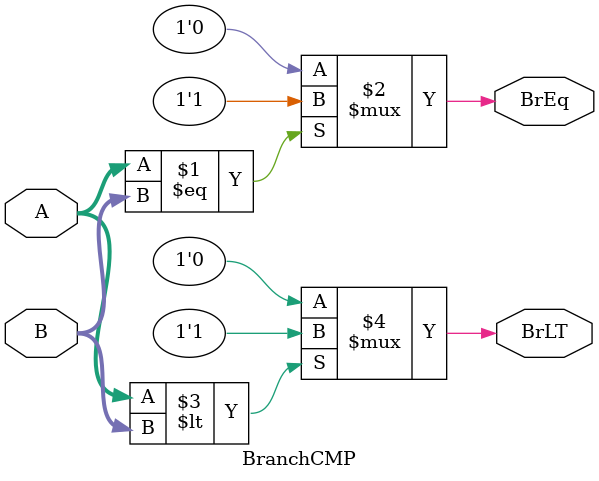
<source format=v>
module BranchCMP (
    input signed [31:0] A,B,
    output reg BrEq, BrLT
);

    // TODO: implement your ALU control here
assign BrEq = (A == B)? 1'b1: 1'b0;
assign BrLT = (A < B)? 1'b1: 1'b0;

endmodule


</source>
